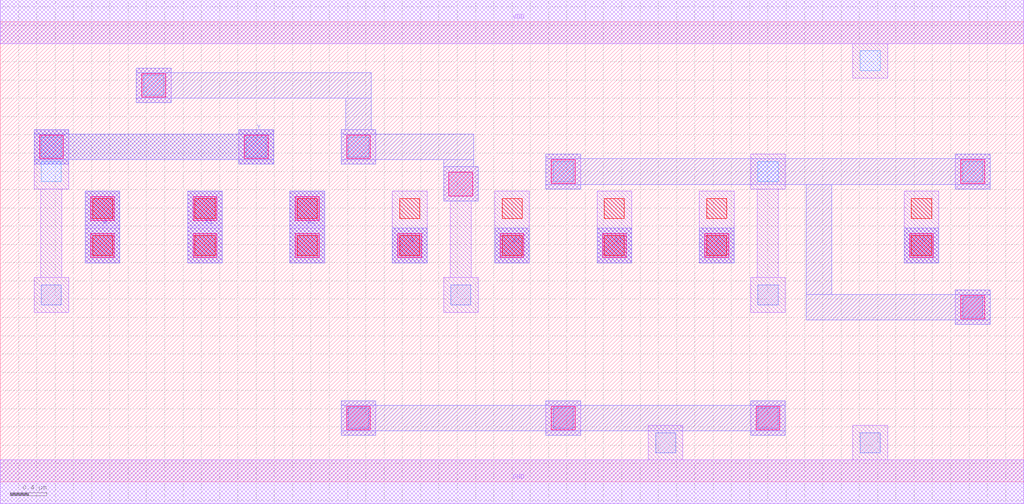
<source format=lef>
MACRO AOOAOI3221
 CLASS CORE ;
 FOREIGN AOOAOI3221 0 0 ;
 SIZE 11.200000000000001 BY 5.04 ;
 ORIGIN 0 0 ;
 SYMMETRY X Y R90 ;
 SITE unit ;
  PIN VDD
   DIRECTION INOUT ;
   USE POWER ;
   SHAPE ABUTMENT ;
    PORT
     CLASS CORE ;
       LAYER met1 ;
        RECT 0.00000000 4.80000000 11.20000000 5.28000000 ;
    END
  END VDD

  PIN GND
   DIRECTION INOUT ;
   USE POWER ;
   SHAPE ABUTMENT ;
    PORT
     CLASS CORE ;
       LAYER met1 ;
        RECT 0.00000000 -0.24000000 11.20000000 0.24000000 ;
    END
  END GND

  PIN Y
   DIRECTION INOUT ;
   USE SIGNAL ;
   SHAPE ABUTMENT ;
    PORT
     CLASS CORE ;
       LAYER met2 ;
        RECT 0.37000000 3.47700000 0.75000000 3.52700000 ;
        RECT 2.61000000 3.47700000 2.99000000 3.52700000 ;
        RECT 0.37000000 3.52700000 2.99000000 3.80700000 ;
        RECT 0.37000000 3.80700000 0.75000000 3.85700000 ;
        RECT 2.61000000 3.80700000 2.99000000 3.85700000 ;
    END
  END Y

  PIN C
   DIRECTION INOUT ;
   USE SIGNAL ;
   SHAPE ABUTMENT ;
    PORT
     CLASS CORE ;
       LAYER met2 ;
        RECT 7.65000000 2.39700000 8.03000000 2.77700000 ;
    END
  END C

  PIN A2
   DIRECTION INOUT ;
   USE SIGNAL ;
   SHAPE ABUTMENT ;
    PORT
     CLASS CORE ;
       LAYER met2 ;
        RECT 3.17000000 2.39700000 3.55000000 3.18200000 ;
    END
  END A2

  PIN B1
   DIRECTION INOUT ;
   USE SIGNAL ;
   SHAPE ABUTMENT ;
    PORT
     CLASS CORE ;
       LAYER met2 ;
        RECT 5.41000000 2.39700000 5.79000000 2.77700000 ;
    END
  END B1

  PIN A1
   DIRECTION INOUT ;
   USE SIGNAL ;
   SHAPE ABUTMENT ;
    PORT
     CLASS CORE ;
       LAYER met2 ;
        RECT 2.05000000 2.39700000 2.43000000 3.18200000 ;
    END
  END A1

  PIN B
   DIRECTION INOUT ;
   USE SIGNAL ;
   SHAPE ABUTMENT ;
    PORT
     CLASS CORE ;
       LAYER met2 ;
        RECT 4.29000000 2.39700000 4.67000000 2.77700000 ;
    END
  END B

  PIN D
   DIRECTION INOUT ;
   USE SIGNAL ;
   SHAPE ABUTMENT ;
    PORT
     CLASS CORE ;
       LAYER met2 ;
        RECT 9.89000000 2.39700000 10.27000000 2.77700000 ;
    END
  END D

  PIN C1
   DIRECTION INOUT ;
   USE SIGNAL ;
   SHAPE ABUTMENT ;
    PORT
     CLASS CORE ;
       LAYER met2 ;
        RECT 6.53000000 2.39700000 6.91000000 2.77700000 ;
    END
  END C1

  PIN A
   DIRECTION INOUT ;
   USE SIGNAL ;
   SHAPE ABUTMENT ;
    PORT
     CLASS CORE ;
       LAYER met2 ;
        RECT 0.93000000 2.39700000 1.31000000 3.18200000 ;
    END
  END A

 OBS
    LAYER polycont ;
     RECT 1.01000000 2.47700000 1.23000000 2.69700000 ;
     RECT 2.13000000 2.47700000 2.35000000 2.69700000 ;
     RECT 3.25000000 2.47700000 3.47000000 2.69700000 ;
     RECT 4.37000000 2.47700000 4.59000000 2.69700000 ;
     RECT 5.49000000 2.47700000 5.71000000 2.69700000 ;
     RECT 6.61000000 2.47700000 6.83000000 2.69700000 ;
     RECT 7.73000000 2.47700000 7.95000000 2.69700000 ;
     RECT 9.97000000 2.47700000 10.19000000 2.69700000 ;
     RECT 1.01000000 2.88200000 1.23000000 3.10200000 ;
     RECT 2.13000000 2.88200000 2.35000000 3.10200000 ;
     RECT 3.25000000 2.88200000 3.47000000 3.10200000 ;
     RECT 4.37000000 2.88200000 4.59000000 3.10200000 ;
     RECT 5.49000000 2.88200000 5.71000000 3.10200000 ;
     RECT 6.61000000 2.88200000 6.83000000 3.10200000 ;
     RECT 7.73000000 2.88200000 7.95000000 3.10200000 ;
     RECT 9.97000000 2.88200000 10.19000000 3.10200000 ;

    LAYER pdiffc ;
     RECT 0.45000000 3.28700000 0.67000000 3.50700000 ;
     RECT 6.05000000 3.28700000 6.27000000 3.50700000 ;
     RECT 8.29000000 3.28700000 8.51000000 3.50700000 ;
     RECT 10.53000000 3.28700000 10.75000000 3.50700000 ;
     RECT 0.45000000 3.55700000 0.67000000 3.77700000 ;
     RECT 2.69000000 3.55700000 2.91000000 3.77700000 ;
     RECT 3.81000000 3.55700000 4.03000000 3.77700000 ;
     RECT 1.57000000 4.23200000 1.79000000 4.45200000 ;
     RECT 9.41000000 4.50200000 9.63000000 4.72200000 ;

    LAYER ndiffc ;
     RECT 7.17000000 0.31700000 7.39000000 0.53700000 ;
     RECT 9.41000000 0.31700000 9.63000000 0.53700000 ;
     RECT 3.81000000 0.58700000 4.03000000 0.80700000 ;
     RECT 6.05000000 0.58700000 6.27000000 0.80700000 ;
     RECT 8.29000000 0.58700000 8.51000000 0.80700000 ;
     RECT 10.53000000 1.80200000 10.75000000 2.02200000 ;
     RECT 0.45000000 1.93700000 0.67000000 2.15700000 ;
     RECT 4.93000000 1.93700000 5.15000000 2.15700000 ;
     RECT 8.29000000 1.93700000 8.51000000 2.15700000 ;

    LAYER met1 ;
     RECT 0.00000000 -0.24000000 11.20000000 0.24000000 ;
     RECT 7.09000000 0.24000000 7.47000000 0.61700000 ;
     RECT 9.33000000 0.24000000 9.71000000 0.61700000 ;
     RECT 3.73000000 0.50700000 4.11000000 0.88700000 ;
     RECT 5.97000000 0.50700000 6.35000000 0.88700000 ;
     RECT 8.21000000 0.50700000 8.59000000 0.88700000 ;
     RECT 10.45000000 1.72200000 10.83000000 2.10200000 ;
     RECT 0.93000000 2.39700000 1.31000000 2.77700000 ;
     RECT 2.05000000 2.39700000 2.43000000 2.77700000 ;
     RECT 3.17000000 2.39700000 3.55000000 2.77700000 ;
     RECT 0.93000000 2.80200000 1.31000000 3.18200000 ;
     RECT 2.05000000 2.80200000 2.43000000 3.18200000 ;
     RECT 3.17000000 2.80200000 3.55000000 3.18200000 ;
     RECT 4.29000000 2.39700000 4.67000000 3.18200000 ;
     RECT 5.41000000 2.39700000 5.79000000 3.18200000 ;
     RECT 6.53000000 2.39700000 6.91000000 3.18200000 ;
     RECT 7.65000000 2.39700000 8.03000000 3.18200000 ;
     RECT 9.89000000 2.39700000 10.27000000 3.18200000 ;
     RECT 4.85000000 1.85700000 5.23000000 2.23700000 ;
     RECT 4.92500000 2.23700000 5.15500000 3.07200000 ;
     RECT 4.85000000 3.07200000 5.23000000 3.45200000 ;
     RECT 5.97000000 3.20700000 6.35000000 3.58700000 ;
     RECT 8.21000000 1.85700000 8.59000000 2.23700000 ;
     RECT 8.28500000 2.23700000 8.51500000 3.20700000 ;
     RECT 8.21000000 3.20700000 8.59000000 3.58700000 ;
     RECT 10.45000000 3.20700000 10.83000000 3.58700000 ;
     RECT 0.37000000 1.85700000 0.75000000 2.23700000 ;
     RECT 0.44500000 2.23700000 0.67500000 3.20700000 ;
     RECT 0.37000000 3.20700000 0.75000000 3.85700000 ;
     RECT 2.61000000 3.47700000 2.99000000 3.85700000 ;
     RECT 3.73000000 3.47700000 4.11000000 3.85700000 ;
     RECT 1.49000000 4.15200000 1.87000000 4.53200000 ;
     RECT 9.33000000 4.42200000 9.71000000 4.80000000 ;
     RECT 0.00000000 4.80000000 11.20000000 5.28000000 ;

    LAYER via1 ;
     RECT 3.79000000 0.56700000 4.05000000 0.82700000 ;
     RECT 6.03000000 0.56700000 6.29000000 0.82700000 ;
     RECT 8.27000000 0.56700000 8.53000000 0.82700000 ;
     RECT 10.51000000 1.78200000 10.77000000 2.04200000 ;
     RECT 0.99000000 2.45700000 1.25000000 2.71700000 ;
     RECT 2.11000000 2.45700000 2.37000000 2.71700000 ;
     RECT 3.23000000 2.45700000 3.49000000 2.71700000 ;
     RECT 4.35000000 2.45700000 4.61000000 2.71700000 ;
     RECT 5.47000000 2.45700000 5.73000000 2.71700000 ;
     RECT 6.59000000 2.45700000 6.85000000 2.71700000 ;
     RECT 7.71000000 2.45700000 7.97000000 2.71700000 ;
     RECT 9.95000000 2.45700000 10.21000000 2.71700000 ;
     RECT 0.99000000 2.86200000 1.25000000 3.12200000 ;
     RECT 2.11000000 2.86200000 2.37000000 3.12200000 ;
     RECT 3.23000000 2.86200000 3.49000000 3.12200000 ;
     RECT 4.91000000 3.13200000 5.17000000 3.39200000 ;
     RECT 6.03000000 3.26700000 6.29000000 3.52700000 ;
     RECT 10.51000000 3.26700000 10.77000000 3.52700000 ;
     RECT 0.43000000 3.53700000 0.69000000 3.79700000 ;
     RECT 2.67000000 3.53700000 2.93000000 3.79700000 ;
     RECT 3.79000000 3.53700000 4.05000000 3.79700000 ;
     RECT 1.55000000 4.21200000 1.81000000 4.47200000 ;

    LAYER met2 ;
     RECT 3.73000000 0.50700000 4.11000000 0.55700000 ;
     RECT 5.97000000 0.50700000 6.35000000 0.55700000 ;
     RECT 8.21000000 0.50700000 8.59000000 0.55700000 ;
     RECT 3.73000000 0.55700000 8.59000000 0.83700000 ;
     RECT 3.73000000 0.83700000 4.11000000 0.88700000 ;
     RECT 5.97000000 0.83700000 6.35000000 0.88700000 ;
     RECT 8.21000000 0.83700000 8.59000000 0.88700000 ;
     RECT 4.29000000 2.39700000 4.67000000 2.77700000 ;
     RECT 5.41000000 2.39700000 5.79000000 2.77700000 ;
     RECT 6.53000000 2.39700000 6.91000000 2.77700000 ;
     RECT 7.65000000 2.39700000 8.03000000 2.77700000 ;
     RECT 9.89000000 2.39700000 10.27000000 2.77700000 ;
     RECT 0.93000000 2.39700000 1.31000000 3.18200000 ;
     RECT 2.05000000 2.39700000 2.43000000 3.18200000 ;
     RECT 3.17000000 2.39700000 3.55000000 3.18200000 ;
     RECT 10.45000000 1.72200000 10.83000000 1.77200000 ;
     RECT 8.82000000 1.77200000 10.83000000 2.05200000 ;
     RECT 10.45000000 2.05200000 10.83000000 2.10200000 ;
     RECT 5.97000000 3.20700000 6.35000000 3.25700000 ;
     RECT 8.82000000 2.05200000 9.10000000 3.25700000 ;
     RECT 10.45000000 3.20700000 10.83000000 3.25700000 ;
     RECT 5.97000000 3.25700000 10.83000000 3.53700000 ;
     RECT 5.97000000 3.53700000 6.35000000 3.58700000 ;
     RECT 10.45000000 3.53700000 10.83000000 3.58700000 ;
     RECT 0.37000000 3.47700000 0.75000000 3.52700000 ;
     RECT 2.61000000 3.47700000 2.99000000 3.52700000 ;
     RECT 0.37000000 3.52700000 2.99000000 3.80700000 ;
     RECT 0.37000000 3.80700000 0.75000000 3.85700000 ;
     RECT 2.61000000 3.80700000 2.99000000 3.85700000 ;
     RECT 4.85000000 3.07200000 5.23000000 3.45200000 ;
     RECT 3.73000000 3.47700000 4.11000000 3.52700000 ;
     RECT 4.85000000 3.45200000 5.18000000 3.52700000 ;
     RECT 3.73000000 3.52700000 5.18000000 3.80700000 ;
     RECT 3.73000000 3.80700000 4.11000000 3.85700000 ;
     RECT 1.49000000 4.15200000 1.87000000 4.20200000 ;
     RECT 3.78000000 3.85700000 4.06000000 4.20200000 ;
     RECT 1.49000000 4.20200000 4.06000000 4.48200000 ;
     RECT 1.49000000 4.48200000 1.87000000 4.53200000 ;

 END
END AOOAOI3221

</source>
